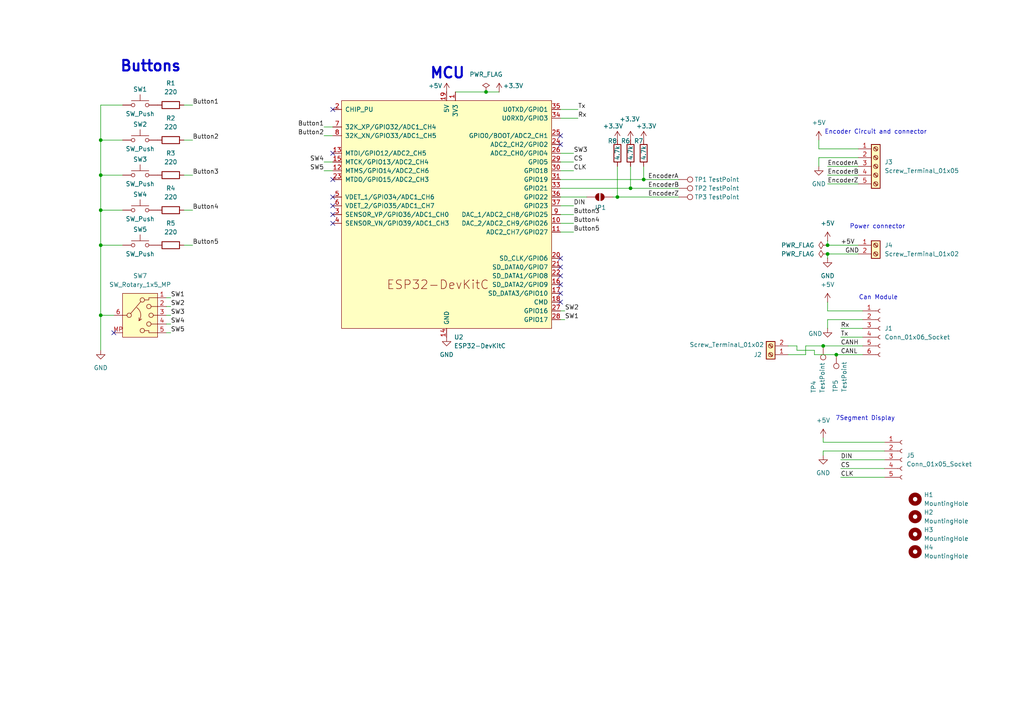
<source format=kicad_sch>
(kicad_sch (version 20250114) (generator "eeschema") (generator_version "9.0")
  (paper "A4")
  (lib_symbols
    (symbol "Connector:Conn_01x05_Socket" (pin_names (offset 1.016) (hide yes))
      (property "Reference" "J" (at 0 7.62 0))
      (property "Value" "Conn_01x05_Socket" (at 0 -7.62 0))
      (symbol "Conn_01x05_Socket_1_1"
        (polyline (pts (xy -1.27 5.08) (xy -0.508 5.08)) (stroke (width 0.1524)))
        (polyline (pts (xy -1.27 2.54) (xy -0.508 2.54)) (stroke (width 0.1524)))
        (polyline (pts (xy -1.27 0) (xy -0.508 0)) (stroke (width 0.1524)))
        (polyline (pts (xy -1.27 -2.54) (xy -0.508 -2.54)) (stroke (width 0.1524)))
        (polyline (pts (xy -1.27 -5.08) (xy -0.508 -5.08)) (stroke (width 0.1524)))
        (arc (start 0 4.572) (mid -0.5058 5.08) (end 0 5.588) (stroke (width 0.1524)))
        (arc (start 0 2.032) (mid -0.5058 2.54) (end 0 3.048) (stroke (width 0.1524)))
        (arc (start 0 -0.508) (mid -0.5058 0) (end 0 0.508) (stroke (width 0.1524)))
        (arc (start 0 -3.048) (mid -0.5058 -2.54) (end 0 -2.032) (stroke (width 0.1524)))
        (arc (start 0 -5.588) (mid -0.5058 -5.08) (end 0 -4.572) (stroke (width 0.1524)))
        (pin passive line (at -5.08 5.08 0) (length 3.81) (name "Pin_1") (number "1"))
        (pin passive line (at -5.08 2.54 0) (length 3.81) (name "Pin_2") (number "2"))
        (pin passive line (at -5.08 0 0) (length 3.81) (name "Pin_3") (number "3"))
        (pin passive line (at -5.08 -2.54 0) (length 3.81) (name "Pin_4") (number "4"))
        (pin passive line (at -5.08 -5.08 0) (length 3.81) (name "Pin_5") (number "5"))
      )
    )
    (symbol "Connector:Conn_01x06_Socket" (pin_names (offset 1.016) (hide yes))
      (property "Reference" "J" (at 0 7.62 0))
      (property "Value" "Conn_01x06_Socket" (at 0 -10.16 0))
      (symbol "Conn_01x06_Socket_1_1"
        (polyline (pts (xy -1.27 5.08) (xy -0.508 5.08)) (stroke (width 0.1524)))
        (polyline (pts (xy -1.27 2.54) (xy -0.508 2.54)) (stroke (width 0.1524)))
        (polyline (pts (xy -1.27 0) (xy -0.508 0)) (stroke (width 0.1524)))
        (polyline (pts (xy -1.27 -2.54) (xy -0.508 -2.54)) (stroke (width 0.1524)))
        (polyline (pts (xy -1.27 -5.08) (xy -0.508 -5.08)) (stroke (width 0.1524)))
        (polyline (pts (xy -1.27 -7.62) (xy -0.508 -7.62)) (stroke (width 0.1524)))
        (arc (start 0 4.572) (mid -0.5058 5.08) (end 0 5.588) (stroke (width 0.1524)))
        (arc (start 0 2.032) (mid -0.5058 2.54) (end 0 3.048) (stroke (width 0.1524)))
        (arc (start 0 -0.508) (mid -0.5058 0) (end 0 0.508) (stroke (width 0.1524)))
        (arc (start 0 -3.048) (mid -0.5058 -2.54) (end 0 -2.032) (stroke (width 0.1524)))
        (arc (start 0 -5.588) (mid -0.5058 -5.08) (end 0 -4.572) (stroke (width 0.1524)))
        (arc (start 0 -8.128) (mid -0.5058 -7.62) (end 0 -7.112) (stroke (width 0.1524)))
        (pin passive line (at -5.08 5.08 0) (length 3.81) (name "Pin_1") (number "1"))
        (pin passive line (at -5.08 2.54 0) (length 3.81) (name "Pin_2") (number "2"))
        (pin passive line (at -5.08 0 0) (length 3.81) (name "Pin_3") (number "3"))
        (pin passive line (at -5.08 -2.54 0) (length 3.81) (name "Pin_4") (number "4"))
        (pin passive line (at -5.08 -5.08 0) (length 3.81) (name "Pin_5") (number "5"))
        (pin passive line (at -5.08 -7.62 0) (length 3.81) (name "Pin_6") (number "6"))
      )
    )
    (symbol "Connector:Screw_Terminal_01x02" (pin_names (offset 1.016) (hide yes))
      (property "Reference" "J" (at 0 2.54 0))
      (property "Value" "Screw_Terminal_01x02" (at 0 -5.08 0))
      (symbol "Screw_Terminal_01x02_1_1"
        (rectangle (start -1.27 1.27) (end 1.27 -3.81) (stroke (width 0.254)) (fill (type background)))
        (polyline (pts (xy -0.5334 0.3302) (xy 0.3302 -0.508)) (stroke (width 0.1524)))
        (polyline (pts (xy -0.5334 -2.2098) (xy 0.3302 -3.048)) (stroke (width 0.1524)))
        (polyline (pts (xy -0.3556 0.508) (xy 0.508 -0.3302)) (stroke (width 0.1524)))
        (polyline (pts (xy -0.3556 -2.032) (xy 0.508 -2.8702)) (stroke (width 0.1524)))
        (circle (center 0 0) (radius 0.635) (stroke (width 0.1524)))
        (circle (center 0 -2.54) (radius 0.635) (stroke (width 0.1524)))
        (pin passive line (at -5.08 0 0) (length 3.81) (name "Pin_1") (number "1"))
        (pin passive line (at -5.08 -2.54 0) (length 3.81) (name "Pin_2") (number "2"))
      )
    )
    (symbol "Connector:Screw_Terminal_01x05" (pin_names (offset 1.016) (hide yes))
      (property "Reference" "J" (at 0 7.62 0))
      (property "Value" "Screw_Terminal_01x05" (at 0 -7.62 0))
      (symbol "Screw_Terminal_01x05_1_1"
        (rectangle (start -1.27 6.35) (end 1.27 -6.35) (stroke (width 0.254)) (fill (type background)))
        (polyline (pts (xy -0.5334 5.4102) (xy 0.3302 4.572)) (stroke (width 0.1524)))
        (polyline (pts (xy -0.5334 2.8702) (xy 0.3302 2.032)) (stroke (width 0.1524)))
        (polyline (pts (xy -0.5334 0.3302) (xy 0.3302 -0.508)) (stroke (width 0.1524)))
        (polyline (pts (xy -0.5334 -2.2098) (xy 0.3302 -3.048)) (stroke (width 0.1524)))
        (polyline (pts (xy -0.5334 -4.7498) (xy 0.3302 -5.588)) (stroke (width 0.1524)))
        (polyline (pts (xy -0.3556 5.588) (xy 0.508 4.7498)) (stroke (width 0.1524)))
        (polyline (pts (xy -0.3556 3.048) (xy 0.508 2.2098)) (stroke (width 0.1524)))
        (polyline (pts (xy -0.3556 0.508) (xy 0.508 -0.3302)) (stroke (width 0.1524)))
        (polyline (pts (xy -0.3556 -2.032) (xy 0.508 -2.8702)) (stroke (width 0.1524)))
        (polyline (pts (xy -0.3556 -4.572) (xy 0.508 -5.4102)) (stroke (width 0.1524)))
        (circle (center 0 5.08) (radius 0.635) (stroke (width 0.1524)))
        (circle (center 0 2.54) (radius 0.635) (stroke (width 0.1524)))
        (circle (center 0 0) (radius 0.635) (stroke (width 0.1524)))
        (circle (center 0 -2.54) (radius 0.635) (stroke (width 0.1524)))
        (circle (center 0 -5.08) (radius 0.635) (stroke (width 0.1524)))
        (pin passive line (at -5.08 5.08 0) (length 3.81) (name "Pin_1") (number "1"))
        (pin passive line (at -5.08 2.54 0) (length 3.81) (name "Pin_2") (number "2"))
        (pin passive line (at -5.08 0 0) (length 3.81) (name "Pin_3") (number "3"))
        (pin passive line (at -5.08 -2.54 0) (length 3.81) (name "Pin_4") (number "4"))
        (pin passive line (at -5.08 -5.08 0) (length 3.81) (name "Pin_5") (number "5"))
      )
    )
    (symbol "Connector:TestPoint" (pin_numbers (hide yes)) (pin_names (offset 0.762) (hide yes))
      (property "Reference" "TP" (at 0 6.858 0))
      (property "Value" "TestPoint" (at 0 5.08 0))
      (symbol "TestPoint_0_1"
        (circle (center 0 3.302) (radius 0.762))
      )
      (symbol "TestPoint_1_1"
        (pin passive line (at 0 0 90) (length 2.54) (name "1") (number "1"))
      )
    )
    (symbol "Device:R" (pin_numbers (hide yes)) (pin_names (offset 0))
      (property "Reference" "R" (at 2.032 0 90))
      (property "Value" "R" (at 0 0 90))
      (symbol "R_0_1"
        (rectangle (start -1.016 -2.54) (end 1.016 2.54) (stroke (width 0.254)))
      )
      (symbol "R_1_1"
        (pin passive line (at 0 3.81 270) (length 1.27) (name "~") (number "1"))
        (pin passive line (at 0 -3.81 90) (length 1.27) (name "~") (number "2"))
      )
    )
    (symbol "Espressif KiCad Symbol:ESP32-DevKitC" (pin_names (offset 1.016))
      (property "Reference" "U" (at -30.48 38.1 0))
      (property "Value" "ESP32-DevKitC" (at -30.48 35.56 0))
      (symbol "ESP32-DevKitC_0_0"
        (text "ESP32-DevKitC" (at -2.54 -20.32 0) (effects (font (size 2.54 2.54))))
        (pin power_in line (at 0 35.56 270) (length 2.54) (name "5V") (number "19"))
        (pin power_in line (at 0 -35.56 90) (length 2.54) (name "GND") (number "14"))
      )
      (symbol "ESP32-DevKitC_0_1"
        (rectangle (start -30.48 33.02) (end 30.48 -33.02) (fill (type background)))
      )
      (symbol "ESP32-DevKitC_1_1"
        (pin input line (at -33.02 30.48 0) (length 2.54) (name "CHIP_PU") (number "2"))
        (pin bidirectional line (at -33.02 25.4 0) (length 2.54) (name "32K_XP/GPIO32/ADC1_CH4") (number "7"))
        (pin bidirectional line (at -33.02 22.86 0) (length 2.54) (name "32K_XN/GPIO33/ADC1_CH5") (number "8"))
        (pin bidirectional line (at -33.02 17.78 0) (length 2.54) (name "MTDI/GPIO12/ADC2_CH5") (number "13"))
        (pin bidirectional line (at -33.02 15.24 0) (length 2.54) (name "MTCK/GPIO13/ADC2_CH4") (number "15"))
        (pin bidirectional line (at -33.02 12.7 0) (length 2.54) (name "MTMS/GPIO14/ADC2_CH6") (number "12"))
        (pin bidirectional line (at -33.02 10.16 0) (length 2.54) (name "MTDO/GPIO15/ADC2_CH3") (number "23"))
        (pin input line (at -33.02 5.08 0) (length 2.54) (name "VDET_1/GPIO34/ADC1_CH6") (number "5"))
        (pin input line (at -33.02 2.54 0) (length 2.54) (name "VDET_2/GPIO35/ADC1_CH7") (number "6"))
        (pin input line (at -33.02 0 0) (length 2.54) (name "SENSOR_VP/GPIO36/ADC1_CH0") (number "3"))
        (pin input line (at -33.02 -2.54 0) (length 2.54) (name "SENSOR_VN/GPIO39/ADC1_CH3") (number "4"))
        (pin passive line (at 0 -35.56 90) (length 2.54) (hide yes) (name "GND") (number "32"))
        (pin passive line (at 0 -35.56 90) (length 2.54) (hide yes) (name "GND") (number "38"))
        (pin power_in line (at 2.54 35.56 270) (length 2.54) (name "3V3") (number "1"))
        (pin bidirectional line (at 33.02 30.48 180) (length 2.54) (name "U0TXD/GPIO1") (number "35"))
        (pin bidirectional line (at 33.02 27.94 180) (length 2.54) (name "U0RXD/GPIO3") (number "34"))
        (pin bidirectional line (at 33.02 22.86 180) (length 2.54) (name "GPIO0/BOOT/ADC2_CH1") (number "25"))
        (pin bidirectional line (at 33.02 20.32 180) (length 2.54) (name "ADC2_CH2/GPIO2") (number "24"))
        (pin bidirectional line (at 33.02 17.78 180) (length 2.54) (name "ADC2_CH0/GPIO4") (number "26"))
        (pin bidirectional line (at 33.02 15.24 180) (length 2.54) (name "GPIO5") (number "29"))
        (pin bidirectional line (at 33.02 12.7 180) (length 2.54) (name "GPIO18") (number "30"))
        (pin bidirectional line (at 33.02 10.16 180) (length 2.54) (name "GPIO19") (number "31"))
        (pin bidirectional line (at 33.02 7.62 180) (length 2.54) (name "GPIO21") (number "33"))
        (pin bidirectional line (at 33.02 5.08 180) (length 2.54) (name "GPIO22") (number "36"))
        (pin bidirectional line (at 33.02 2.54 180) (length 2.54) (name "GPIO23") (number "37"))
        (pin bidirectional line (at 33.02 0 180) (length 2.54) (name "DAC_1/ADC2_CH8/GPIO25") (number "9"))
        (pin bidirectional line (at 33.02 -2.54 180) (length 2.54) (name "DAC_2/ADC2_CH9/GPIO26") (number "10"))
        (pin bidirectional line (at 33.02 -5.08 180) (length 2.54) (name "ADC2_CH7/GPIO27") (number "11"))
        (pin bidirectional line (at 33.02 -12.7 180) (length 2.54) (name "SD_CLK/GPIO6") (number "20"))
        (pin bidirectional line (at 33.02 -15.24 180) (length 2.54) (name "SD_DATA0/GPIO7") (number "21"))
        (pin bidirectional line (at 33.02 -17.78 180) (length 2.54) (name "SD_DATA1/GPIO8") (number "22"))
        (pin bidirectional line (at 33.02 -20.32 180) (length 2.54) (name "SD_DATA2/GPIO9") (number "16"))
        (pin bidirectional line (at 33.02 -22.86 180) (length 2.54) (name "SD_DATA3/GPIO10") (number "17"))
        (pin bidirectional line (at 33.02 -25.4 180) (length 2.54) (name "CMD") (number "18"))
        (pin bidirectional line (at 33.02 -27.94 180) (length 2.54) (name "GPIO16") (number "27"))
        (pin bidirectional line (at 33.02 -30.48 180) (length 2.54) (name "GPIO17") (number "28"))
      )
    )
    (symbol "Jumper:SolderJumper_2_Open" (pin_numbers (hide yes)) (pin_names (offset 0) (hide yes)) (in_bom no)
      (property "Reference" "JP" (at 0 2.032 0))
      (property "Value" "SolderJumper_2_Open" (at 0 -2.54 0))
      (symbol "SolderJumper_2_Open_0_1"
        (polyline (pts (xy -0.254 1.016) (xy -0.254 -1.016)))
        (arc (start -0.254 -1.016) (mid -1.2656 0) (end -0.254 1.016))
        (arc (start -0.254 -1.016) (mid -1.2656 0) (end -0.254 1.016) (fill (type outline)))
        (arc (start 0.254 1.016) (mid 1.2656 0) (end 0.254 -1.016))
        (arc (start 0.254 1.016) (mid 1.2656 0) (end 0.254 -1.016) (fill (type outline)))
        (polyline (pts (xy 0.254 1.016) (xy 0.254 -1.016)))
      )
      (symbol "SolderJumper_2_Open_1_1"
        (pin passive line (at -3.81 0 0) (length 2.54) (name "A") (number "1"))
        (pin passive line (at 3.81 0 180) (length 2.54) (name "B") (number "2"))
      )
    )
    (symbol "Mechanical:MountingHole" (pin_names (offset 1.016)) (in_bom no)
      (property "Reference" "H" (at 0 5.08 0))
      (property "Value" "MountingHole" (at 0 3.175 0))
      (symbol "MountingHole_0_1"
        (circle (center 0 0) (radius 1.27) (stroke (width 1.27)))
      )
    )
    (symbol "Switch:SW_Push" (pin_numbers (hide yes)) (pin_names (offset 1.016) (hide yes))
      (property "Reference" "SW" (at 1.27 2.54 0))
      (property "Value" "SW_Push" (at 0 -1.524 0))
      (symbol "SW_Push_0_1"
        (circle (center -2.032 0) (radius 0.508))
        (polyline (pts (xy 0 1.27) (xy 0 3.048)))
        (circle (center 2.032 0) (radius 0.508))
        (polyline (pts (xy 2.54 1.27) (xy -2.54 1.27)))
        (pin passive line (at -5.08 0 0) (length 2.54) (name "1") (number "1"))
        (pin passive line (at 5.08 0 180) (length 2.54) (name "2") (number "2"))
      )
    )
    (symbol "Switch:SW_Rotary_1x5_MP" (pin_names (hide yes))
      (property "Reference" "SW" (at 0 7.62 0))
      (property "Value" "SW_Rotary_1x5_MP" (at 8.89 -7.62 0))
      (symbol "SW_Rotary_1x5_MP_0_1"
        (polyline (pts (xy -5.08 0) (xy -3.81 0)))
        (circle (center -3.175 0) (radius 0.635))
        (polyline (pts (xy -2.7432 0.508) (xy 0.2032 3.9624)))
        (arc (start -0.9526 2.2225) (mid 0.154 0.449) (end -0.3176 -1.5875))
        (polyline (pts (xy -0.3176 -1.5875) (xy -0.3176 -0.6985)))
        (polyline (pts (xy -0.3176 -1.5875) (xy -0.3176 -1.5875)))
        (polyline (pts (xy -0.3176 -1.5875) (xy 0.4444 -1.0795)))
        (circle (center 0.635 4.445) (radius 0.635))
        (circle (center 0.635 -4.445) (radius 0.635))
        (circle (center 2.54 2.54) (radius 0.635))
        (circle (center 2.54 -2.54) (radius 0.635))
        (circle (center 3.175 0) (radius 0.635))
        (polyline (pts (xy 5.08 5.08) (xy 2.54 5.08) (xy 2.54 4.445) (xy 1.27 4.445)))
        (polyline (pts (xy 5.08 2.54) (xy 3.175 2.54)))
        (polyline (pts (xy 5.08 0) (xy 3.81 0)))
        (polyline (pts (xy 5.08 -2.54) (xy 3.175 -2.54)))
        (polyline (pts (xy 5.08 -5.08) (xy 2.54 -5.08) (xy 2.54 -4.445) (xy 1.27 -4.445)))
      )
      (symbol "SW_Rotary_1x5_MP_1_1"
        (polyline (pts (xy -5.08 6.35) (xy 5.08 6.35) (xy 5.08 -6.35) (xy -5.08 -6.35) (xy -5.08 6.35) (xy -5.08 6.35)) (fill (type background)))
        (pin passive line (at -7.62 0 0) (length 2.54) (name "") (number "6"))
        (pin passive line (at -7.62 -5.08 0) (length 2.54) (name "") (number "MP"))
        (pin passive line (at 7.62 5.08 180) (length 2.54) (name "") (number "1"))
        (pin passive line (at 7.62 2.54 180) (length 2.54) (name "") (number "2"))
        (pin passive line (at 7.62 0 180) (length 2.54) (name "") (number "3"))
        (pin passive line (at 7.62 -2.54 180) (length 2.54) (name "") (number "4"))
        (pin passive line (at 7.62 -5.08 180) (length 2.54) (name "") (number "5"))
      )
    )
    (symbol "power:+3.3V" (power) (pin_numbers (hide yes)) (pin_names (offset 0) (hide yes))
      (property "Value" "+3.3V" (at 0 3.556 0))
      (symbol "+3.3V_0_1"
        (polyline (pts (xy -0.762 1.27) (xy 0 2.54)))
        (polyline (pts (xy 0 2.54) (xy 0.762 1.27)))
        (polyline (pts (xy 0 0) (xy 0 2.54)))
      )
      (symbol "+3.3V_1_1"
        (pin power_in line (at 0 0 90) (length 0) (name "~") (number "1"))
      )
    )
    (symbol "power:+5V" (power) (pin_numbers (hide yes)) (pin_names (offset 0) (hide yes))
      (property "Value" "+5V" (at 0 3.556 0))
      (symbol "+5V_0_1"
        (polyline (pts (xy -0.762 1.27) (xy 0 2.54)))
        (polyline (pts (xy 0 2.54) (xy 0.762 1.27)))
        (polyline (pts (xy 0 0) (xy 0 2.54)))
      )
      (symbol "+5V_1_1"
        (pin power_in line (at 0 0 90) (length 0) (name "~") (number "1"))
      )
    )
    (symbol "power:GND" (power) (pin_numbers (hide yes)) (pin_names (offset 0) (hide yes))
      (property "Value" "GND" (at 0 -3.81 0))
      (symbol "GND_0_1"
        (polyline (pts (xy 0 0) (xy 0 -1.27) (xy 1.27 -1.27) (xy 0 -2.54) (xy -1.27 -1.27) (xy 0 -1.27)))
      )
      (symbol "GND_1_1"
        (pin power_in line (at 0 0 270) (length 0) (name "~") (number "1"))
      )
    )
    (symbol "power:PWR_FLAG" (power) (pin_numbers (hide yes)) (pin_names (offset 0) (hide yes))
      (property "Value" "PWR_FLAG" (at 0 3.81 0))
      (symbol "PWR_FLAG_0_0"
        (pin power_out line (at 0 0 90) (length 0) (name "~") (number "1"))
      )
      (symbol "PWR_FLAG_0_1"
        (polyline (pts (xy 0 0) (xy 0 1.27) (xy -1.016 1.905) (xy 0 2.54) (xy 1.016 1.905) (xy 0 1.27)))
      )
    )
  )
  (text "7Segment Display" (at 250.952 121.412 0) (effects (font (size 1.27 1.27))))
  (text "Encoder Circuit and connector\n" (at 254 38.354 0) (effects (font (size 1.27 1.27))))
  (text "Buttons\n" (at 43.688 19.304 0) (effects (font (size 3.048 3.048) (thickness 0.6096) (bold yes))))
  (text "Power connector" (at 254.508 65.786 0) (effects (font (size 1.27 1.27))))
  (text "MCU\n" (at 129.794 21.336 0) (effects (font (size 3.048 3.048) (thickness 0.6096) (bold yes))))
  (text "Can Module" (at 254.762 86.36 0) (effects (font (size 1.27 1.27))))
  (junction (at 240.03 71.12))
  (junction (at 242.57 102.87))
  (junction (at 179.07 57.15))
  (junction (at 29.21 60.96))
  (junction (at 186.69 52.07))
  (junction (at 182.88 54.61))
  (junction (at 29.21 71.12))
  (junction (at 140.97 26.67))
  (junction (at 238.76 100.33))
  (junction (at 29.21 91.44))
  (junction (at 29.21 50.8))
  (junction (at 29.21 40.64))
  (junction (at 240.03 73.66))
  (no_connect (at 162.56 87.63))
  (no_connect (at 96.52 57.15))
  (no_connect (at 162.56 39.37))
  (no_connect (at 96.52 62.23))
  (no_connect (at 162.56 74.93))
  (no_connect (at 162.56 85.09))
  (no_connect (at 162.56 82.55))
  (no_connect (at 96.52 44.45))
  (no_connect (at 162.56 77.47))
  (no_connect (at 96.52 64.77))
  (no_connect (at 162.56 80.01))
  (no_connect (at 96.52 59.69))
  (no_connect (at 96.52 52.07))
  (no_connect (at 162.56 41.91))
  (no_connect (at 33.02 96.52))
  (no_connect (at 96.52 31.75))
  (wire (pts (xy 242.57 102.87) (xy 236.22 102.87)))
  (wire (pts (xy 236.22 102.87) (xy 236.22 101.6)))
  (wire (pts (xy 233.68 100.33) (xy 238.76 100.33)))
  (wire (pts (xy 179.07 57.15) (xy 196.85 57.15)))
  (wire (pts (xy 186.69 52.07) (xy 186.69 48.26)))
  (wire (pts (xy 238.76 130.81) (xy 238.76 132.08)))
  (wire (pts (xy 53.34 60.96) (xy 55.88 60.96)))
  (wire (pts (xy 29.21 91.44) (xy 29.21 101.6)))
  (wire (pts (xy 243.84 133.35) (xy 256.54 133.35)))
  (wire (pts (xy 182.88 54.61) (xy 182.88 48.26)))
  (wire (pts (xy 93.98 46.99) (xy 96.52 46.99)))
  (wire (pts (xy 240.03 73.66) (xy 240.03 74.93)))
  (wire (pts (xy 240.03 69.85) (xy 240.03 71.12)))
  (wire (pts (xy 179.07 48.26) (xy 179.07 57.15)))
  (wire (pts (xy 29.21 50.8) (xy 29.21 60.96)))
  (wire (pts (xy 162.56 59.69) (xy 166.37 59.69)))
  (wire (pts (xy 29.21 71.12) (xy 35.56 71.12)))
  (wire (pts (xy 177.8 57.15) (xy 179.07 57.15)))
  (wire (pts (xy 29.21 40.64) (xy 29.21 50.8)))
  (wire (pts (xy 93.98 39.37) (xy 96.52 39.37)))
  (wire (pts (xy 144.78 26.67) (xy 140.97 26.67)))
  (wire (pts (xy 237.49 40.64) (xy 237.49 43.18)))
  (wire (pts (xy 162.56 31.75) (xy 167.64 31.75)))
  (wire (pts (xy 162.56 54.61) (xy 182.88 54.61)))
  (wire (pts (xy 29.21 60.96) (xy 35.56 60.96)))
  (wire (pts (xy 236.22 101.6) (xy 231.14 101.6)))
  (wire (pts (xy 166.37 62.23) (xy 162.56 62.23)))
  (wire (pts (xy 166.37 64.77) (xy 162.56 64.77)))
  (wire (pts (xy 238.76 100.33) (xy 250.19 100.33)))
  (wire (pts (xy 29.21 60.96) (xy 29.21 71.12)))
  (wire (pts (xy 248.92 71.12) (xy 240.03 71.12)))
  (wire (pts (xy 29.21 30.48) (xy 29.21 40.64)))
  (wire (pts (xy 162.56 34.29) (xy 167.64 34.29)))
  (wire (pts (xy 48.26 91.44) (xy 49.53 91.44)))
  (wire (pts (xy 48.26 96.52) (xy 49.53 96.52)))
  (wire (pts (xy 53.34 50.8) (xy 55.88 50.8)))
  (wire (pts (xy 35.56 30.48) (xy 29.21 30.48)))
  (wire (pts (xy 237.49 45.72) (xy 237.49 48.26)))
  (wire (pts (xy 243.84 135.89) (xy 256.54 135.89)))
  (wire (pts (xy 240.03 48.26) (xy 248.92 48.26)))
  (wire (pts (xy 240.03 73.66) (xy 248.92 73.66)))
  (wire (pts (xy 233.68 102.87) (xy 233.68 100.33)))
  (wire (pts (xy 163.83 92.71) (xy 162.56 92.71)))
  (wire (pts (xy 29.21 40.64) (xy 35.56 40.64)))
  (wire (pts (xy 238.76 128.27) (xy 238.76 127)))
  (wire (pts (xy 240.03 87.63) (xy 240.03 90.17)))
  (wire (pts (xy 140.97 26.67) (xy 132.08 26.67)))
  (wire (pts (xy 240.03 50.8) (xy 248.92 50.8)))
  (wire (pts (xy 248.92 43.18) (xy 237.49 43.18)))
  (wire (pts (xy 243.84 97.79) (xy 250.19 97.79)))
  (wire (pts (xy 29.21 91.44) (xy 33.02 91.44)))
  (wire (pts (xy 231.14 101.6) (xy 231.14 100.33)))
  (wire (pts (xy 29.21 71.12) (xy 29.21 91.44)))
  (wire (pts (xy 231.14 100.33) (xy 228.6 100.33)))
  (wire (pts (xy 182.88 54.61) (xy 196.85 54.61)))
  (wire (pts (xy 162.56 52.07) (xy 186.69 52.07)))
  (wire (pts (xy 166.37 67.31) (xy 162.56 67.31)))
  (wire (pts (xy 166.37 44.45) (xy 162.56 44.45)))
  (wire (pts (xy 48.26 93.98) (xy 49.53 93.98)))
  (wire (pts (xy 53.34 30.48) (xy 55.88 30.48)))
  (wire (pts (xy 186.69 52.07) (xy 196.85 52.07)))
  (wire (pts (xy 256.54 128.27) (xy 238.76 128.27)))
  (wire (pts (xy 163.83 90.17) (xy 162.56 90.17)))
  (wire (pts (xy 162.56 46.99) (xy 166.37 46.99)))
  (wire (pts (xy 162.56 57.15) (xy 170.18 57.15)))
  (wire (pts (xy 243.84 138.43) (xy 256.54 138.43)))
  (wire (pts (xy 48.26 86.36) (xy 49.53 86.36)))
  (wire (pts (xy 48.26 88.9) (xy 49.53 88.9)))
  (wire (pts (xy 248.92 45.72) (xy 237.49 45.72)))
  (wire (pts (xy 93.98 36.83) (xy 96.52 36.83)))
  (wire (pts (xy 93.98 49.53) (xy 96.52 49.53)))
  (wire (pts (xy 250.19 90.17) (xy 240.03 90.17)))
  (wire (pts (xy 29.21 50.8) (xy 35.56 50.8)))
  (wire (pts (xy 228.6 102.87) (xy 233.68 102.87)))
  (wire (pts (xy 240.03 53.34) (xy 248.92 53.34)))
  (wire (pts (xy 256.54 130.81) (xy 238.76 130.81)))
  (wire (pts (xy 242.57 102.87) (xy 250.19 102.87)))
  (wire (pts (xy 250.19 92.71) (xy 240.03 92.71)))
  (wire (pts (xy 240.03 92.71) (xy 240.03 95.25)))
  (wire (pts (xy 53.34 71.12) (xy 55.88 71.12)))
  (wire (pts (xy 53.34 40.64) (xy 55.88 40.64)))
  (wire (pts (xy 243.84 95.25) (xy 250.19 95.25)))
  (wire (pts (xy 162.56 49.53) (xy 166.37 49.53)))
  (label "DIN" (at 166.37 59.69 0))
  (label "EncoderA" (at 240.03 48.26 0))
  (label "SW2" (at 163.83 90.17 0))
  (label "Tx" (at 243.84 97.79 0))
  (label "CS" (at 243.84 135.89 0))
  (label "+5V" (at 243.84 71.12 0))
  (label "SW2" (at 49.53 88.9 0))
  (label "SW1" (at 163.83 92.71 0))
  (label "Button2" (at 93.98 39.37 180))
  (label "SW1" (at 49.53 86.36 0))
  (label "Button1" (at 55.88 30.48 0))
  (label "GND" (at 245.11 73.66 0))
  (label "Tx" (at 167.64 31.75 0))
  (label "Button5" (at 55.88 71.12 0))
  (label "SW3" (at 49.53 91.44 0))
  (label "Button4" (at 166.37 64.77 0))
  (label "EncoderZ" (at 187.96 57.15 0))
  (label "Button3" (at 166.37 62.23 0))
  (label "CLK" (at 166.37 49.53 0))
  (label "EncoderZ" (at 240.03 53.34 0))
  (label "Button5" (at 166.37 67.31 0))
  (label "SW5" (at 49.53 96.52 0))
  (label "CS" (at 166.37 46.99 0))
  (label "Button1" (at 93.98 36.83 180))
  (label "EncoderB" (at 240.03 50.8 0))
  (label "SW4" (at 49.53 93.98 0))
  (label "SW4" (at 93.98 46.99 180))
  (label "SW5" (at 93.98 49.53 180))
  (label "SW3" (at 166.37 44.45 0))
  (label "Button3" (at 55.88 50.8 0))
  (label "Rx" (at 243.84 95.25 0))
  (label "CLK" (at 243.84 138.43 0))
  (label "DIN" (at 243.84 133.35 0))
  (label "EncoderA" (at 187.96 52.07 0))
  (label "Button2" (at 55.88 40.64 0))
  (label "EncoderB" (at 187.96 54.61 0))
  (label "Rx" (at 167.64 34.29 0))
  (label "CANL" (at 243.84 102.87 0))
  (label "Button4" (at 55.88 60.96 0))
  (label "CANH" (at 243.84 100.33 0))
  (symbol (lib_id "Switch:SW_Push") (at 40.64 60.96 0) (unit 1)
    (property "Reference" "SW4" (at 40.64 56.388 0))
    (property "Value" "SW_Push" (at 40.64 63.5 0))
    (property "Footprint" "TerminalBlock_Phoenix:TerminalBlock_Phoenix_MPT-0,5-2-2.54_1x02_P2.54mm_Horizontal" (effects (hide yes)))
    (property "Description" "Push button switch, generic, two pins" (effects (hide yes)))
  )
  (symbol (lib_id "Connector:Screw_Terminal_01x02") (at 223.52 102.87 180) (unit 1)
    (property "Reference" "J2" (at 220.98 102.8701 0) (effects (justify left)))
    (property "Value" "Screw_Terminal_01x02" (at 221.6003 99.9907 0) (effects (justify left)))
    (property "Footprint" "TerminalBlock_Phoenix:TerminalBlock_Phoenix_MPT-0,5-2-2.54_1x02_P2.54mm_Horizontal" (effects (hide yes)))
    (property "Description" "Generic screw terminal, single row, 01x02, script generated (kicad-library-utils/schlib/autogen/connector/)" (effects (hide yes)))
  )
  (symbol (lib_id "Switch:SW_Rotary_1x5_MP") (at 40.64 91.44 0) (unit 1)
    (property "Reference" "SW7" (at 40.64 80.01 0))
    (property "Value" "SW_Rotary_1x5_MP" (at 40.64 82.55 0))
    (property "Footprint" "TestPoint:TestPoint_Pad_D1.5mm" (effects (hide yes)))
    (property "Description" "Rotary switch 1x5, SP5T with mount point" (effects (hide yes)))
  )
  (symbol (lib_id "Espressif KiCad Symbol:ESP32-DevKitC") (at 129.54 62.23 0) (unit 1)
    (property "Reference" "U2" (at 131.6833 97.79 0) (effects (justify left)))
    (property "Value" "ESP32-DevKitC" (at 131.6833 100.33 0) (effects (justify left)))
    (property "Footprint" "Esp devkit c:ESP32 DevKitC" (effects (hide yes)))
    (property "Datasheet" "https://docs.espressif.com/projects/esp-idf/zh_CN/latest/esp32/hw-reference/esp32/get-started-devkitc.html" (effects (hide yes)))
    (property "Description" "Development Kit" (effects (hide yes)))
  )
  (symbol (lib_id "Switch:SW_Push") (at 40.64 30.48 0) (unit 1)
    (property "Reference" "SW1" (at 40.64 25.908 0))
    (property "Value" "SW_Push" (at 40.64 33.02 0))
    (property "Footprint" "TerminalBlock_Phoenix:TerminalBlock_Phoenix_MPT-0,5-2-2.54_1x02_P2.54mm_Horizontal" (effects (hide yes)))
    (property "Description" "Push button switch, generic, two pins" (effects (hide yes)))
  )
  (symbol (lib_id "power:PWR_FLAG") (at 240.03 71.12 90) (unit 1)
    (property "Reference" "#FLG01" (effects (hide yes)))
    (property "Value" "PWR_FLAG" (at 236.22 71.1199 90) (effects (justify left)))
    (property "Description" "Special symbol for telling ERC where power comes from" (effects (hide yes)))
  )
  (symbol (lib_id "power:GND") (at 29.21 101.6 0) (unit 1)
    (property "Reference" "#PWR01" (effects (hide yes)))
    (property "Value" "GND" (at 29.21 106.68 0))
    (property "Description" "Power symbol creates a global label with name \"GND\" , ground" (effects (hide yes)))
  )
  (symbol (lib_id "Mechanical:MountingHole") (at 265.43 144.78 0) (unit 1) (in_bom no)
    (property "Reference" "H1" (at 267.97 143.5099 0) (effects (justify left)))
    (property "Value" "MountingHole" (at 267.97 146.0499 0) (effects (justify left)))
    (property "Footprint" "MountingHole:MountingHole_3.2mm_M3_DIN965_Pad_TopBottom" (effects (hide yes)))
    (property "Description" "Mounting Hole without connection" (effects (hide yes)))
  )
  (symbol (lib_id "Switch:SW_Push") (at 40.64 50.8 0) (unit 1)
    (property "Reference" "SW3" (at 40.64 46.228 0))
    (property "Value" "SW_Push" (at 40.64 53.34 0))
    (property "Footprint" "TerminalBlock_Phoenix:TerminalBlock_Phoenix_MPT-0,5-2-2.54_1x02_P2.54mm_Horizontal" (effects (hide yes)))
    (property "Description" "Push button switch, generic, two pins" (effects (hide yes)))
  )
  (symbol (lib_id "power:+3.3V") (at 144.78 26.67 0) (unit 1)
    (property "Reference" "#PWR05" (effects (hide yes)))
    (property "Value" "+3.3V" (at 148.844 24.892 0))
    (property "Description" "Power symbol creates a global label with name \"+3.3V\"" (effects (hide yes)))
  )
  (symbol (lib_id "Connector:TestPoint") (at 238.76 100.33 180) (unit 1)
    (property "Reference" "TP4" (at 235.966 114.046 90) (effects (justify right)))
    (property "Value" "TestPoint" (at 238.506 114.046 90) (effects (justify right)))
    (property "Footprint" "TestPoint:TestPoint_Pad_D1.5mm" (effects (hide yes)))
    (property "Description" "test point" (effects (hide yes)))
  )
  (symbol (lib_id "power:+5V") (at 238.76 127 0) (unit 1)
    (property "Reference" "#PWR013" (effects (hide yes)))
    (property "Value" "+5V" (at 238.76 121.92 0))
    (property "Description" "Power symbol creates a global label with name \"+5V\"" (effects (hide yes)))
  )
  (symbol (lib_id "power:GND") (at 129.54 97.79 0) (unit 1)
    (property "Reference" "#PWR06" (effects (hide yes)))
    (property "Value" "GND" (at 129.54 102.87 0))
    (property "Description" "Power symbol creates a global label with name \"GND\" , ground" (effects (hide yes)))
  )
  (symbol (lib_id "Connector:Screw_Terminal_01x02") (at 254 71.12 0) (unit 1)
    (property "Reference" "J4" (at 256.54 71.1199 0) (effects (justify left)))
    (property "Value" "Screw_Terminal_01x02" (at 256.54 73.6599 0) (effects (justify left)))
    (property "Footprint" "TerminalBlock_Phoenix:TerminalBlock_Phoenix_MPT-0,5-2-2.54_1x02_P2.54mm_Horizontal" (effects (hide yes)))
    (property "Description" "Generic screw terminal, single row, 01x02, script generated (kicad-library-utils/schlib/autogen/connector/)" (effects (hide yes)))
  )
  (symbol (lib_id "power:+3.3V") (at 186.69 40.64 0) (unit 1)
    (property "Reference" "#PWR012" (effects (hide yes)))
    (property "Value" "+3.3V" (at 187.452 36.576 0))
    (property "Description" "Power symbol creates a global label with name \"+3.3V\"" (effects (hide yes)))
  )
  (symbol (lib_id "power:PWR_FLAG") (at 140.97 26.67 0) (unit 1)
    (property "Reference" "#FLG03" (effects (hide yes)))
    (property "Value" "PWR_FLAG" (at 140.97 21.59 0))
    (property "Description" "Special symbol for telling ERC where power comes from" (effects (hide yes)))
  )
  (symbol (lib_id "power:+3.3V") (at 179.07 40.64 0) (unit 1)
    (property "Reference" "#PWR015" (effects (hide yes)))
    (property "Value" "+3.3V" (at 177.8 36.576 0))
    (property "Description" "Power symbol creates a global label with name \"+3.3V\"" (effects (hide yes)))
  )
  (symbol (lib_id "Mechanical:MountingHole") (at 265.43 160.02 0) (unit 1) (in_bom no)
    (property "Reference" "H4" (at 267.97 158.7499 0) (effects (justify left)))
    (property "Value" "MountingHole" (at 267.97 161.2899 0) (effects (justify left)))
    (property "Footprint" "MountingHole:MountingHole_3.2mm_M3_DIN965_Pad_TopBottom" (effects (hide yes)))
    (property "Description" "Mounting Hole without connection" (effects (hide yes)))
  )
  (symbol (lib_id "power:GND") (at 237.49 48.26 0) (unit 1)
    (property "Reference" "#PWR09" (effects (hide yes)))
    (property "Value" "GND" (at 237.49 53.34 0))
    (property "Description" "Power symbol creates a global label with name \"GND\" , ground" (effects (hide yes)))
  )
  (symbol (lib_id "power:GND") (at 240.03 74.93 0) (unit 1)
    (property "Reference" "#PWR08" (effects (hide yes)))
    (property "Value" "GND" (at 240.03 80.01 0))
    (property "Description" "Power symbol creates a global label with name \"GND\" , ground" (effects (hide yes)))
  )
  (symbol (lib_id "Device:R") (at 186.69 44.45 0) (unit 1)
    (property "Reference" "R7" (at 183.896 40.894 0) (effects (justify left)))
    (property "Value" "4.7k" (at 186.69 46.482 90) (effects (justify left)))
    (property "Footprint" "Resistor_THT:R_Axial_DIN0207_L6.3mm_D2.5mm_P7.62mm_Horizontal" (effects (hide yes)))
    (property "Description" "Resistor" (effects (hide yes)))
  )
  (symbol (lib_id "Switch:SW_Push") (at 40.64 40.64 0) (unit 1)
    (property "Reference" "SW2" (at 40.64 36.068 0))
    (property "Value" "SW_Push" (at 40.64 43.18 0))
    (property "Footprint" "TerminalBlock_Phoenix:TerminalBlock_Phoenix_MPT-0,5-2-2.54_1x02_P2.54mm_Horizontal" (effects (hide yes)))
    (property "Description" "Push button switch, generic, two pins" (effects (hide yes)))
  )
  (symbol (lib_id "Connector:TestPoint") (at 196.85 57.15 270) (unit 1)
    (property "Reference" "TP3" (at 201.422 57.1499 90) (effects (justify left)))
    (property "Value" "TestPoint" (at 205.486 57.15 90) (effects (justify left)))
    (property "Footprint" "TestPoint:TestPoint_Pad_D1.5mm" (effects (hide yes)))
    (property "Description" "test point" (effects (hide yes)))
  )
  (symbol (lib_id "Device:R") (at 49.53 30.48 90) (unit 1)
    (property "Reference" "R1" (at 49.53 24.13 90))
    (property "Value" "220" (at 49.53 26.67 90))
    (property "Footprint" "Resistor_THT:R_Axial_DIN0207_L6.3mm_D2.5mm_P7.62mm_Horizontal" (effects (hide yes)))
    (property "Description" "Resistor" (effects (hide yes)))
  )
  (symbol (lib_id "Connector:Screw_Terminal_01x05") (at 254 48.26 0) (unit 1)
    (property "Reference" "J3" (at 256.54 46.9899 0) (effects (justify left)))
    (property "Value" "Screw_Terminal_01x05" (at 256.54 49.5299 0) (effects (justify left)))
    (property "Footprint" "TerminalBlock_Phoenix:TerminalBlock_Phoenix_MPT-0,5-5-2.54_1x05_P2.54mm_Horizontal" (effects (hide yes)))
    (property "Description" "Generic screw terminal, single row, 01x05, script generated (kicad-library-utils/schlib/autogen/connector/)" (effects (hide yes)))
  )
  (symbol (lib_id "power:+5V") (at 129.54 26.67 0) (unit 1)
    (property "Reference" "#PWR04" (effects (hide yes)))
    (property "Value" "+5V" (at 126.238 24.892 0))
    (property "Description" "Power symbol creates a global label with name \"+5V\"" (effects (hide yes)))
  )
  (symbol (lib_id "Device:R") (at 49.53 50.8 90) (unit 1)
    (property "Reference" "R3" (at 49.53 44.45 90))
    (property "Value" "220" (at 49.53 46.99 90))
    (property "Footprint" "Resistor_THT:R_Axial_DIN0207_L6.3mm_D2.5mm_P7.62mm_Horizontal" (effects (hide yes)))
    (property "Description" "Resistor" (effects (hide yes)))
  )
  (symbol (lib_id "power:+5V") (at 240.03 87.63 0) (unit 1)
    (property "Reference" "#PWR03" (effects (hide yes)))
    (property "Value" "+5V" (at 240.03 82.55 0))
    (property "Description" "Power symbol creates a global label with name \"+5V\"" (effects (hide yes)))
  )
  (symbol (lib_id "Connector:TestPoint") (at 242.57 102.87 180) (unit 1)
    (property "Reference" "TP5" (at 242.316 113.792 90) (effects (justify right)))
    (property "Value" "TestPoint" (at 244.856 113.792 90) (effects (justify right)))
    (property "Footprint" "TestPoint:TestPoint_Pad_D1.5mm" (effects (hide yes)))
    (property "Description" "test point" (effects (hide yes)))
  )
  (symbol (lib_id "Device:R") (at 179.07 44.45 0) (unit 1)
    (property "Reference" "R8" (at 176.276 40.894 0) (effects (justify left)))
    (property "Value" "4.7k" (at 179.07 46.482 90) (effects (justify left)))
    (property "Footprint" "Resistor_THT:R_Axial_DIN0207_L6.3mm_D2.5mm_P7.62mm_Horizontal" (effects (hide yes)))
    (property "Description" "Resistor" (effects (hide yes)))
  )
  (symbol (lib_id "Mechanical:MountingHole") (at 265.43 149.86 0) (unit 1) (in_bom no)
    (property "Reference" "H2" (at 267.97 148.5899 0) (effects (justify left)))
    (property "Value" "MountingHole" (at 267.97 151.1299 0) (effects (justify left)))
    (property "Footprint" "MountingHole:MountingHole_3.2mm_M3_DIN965_Pad_TopBottom" (effects (hide yes)))
    (property "Description" "Mounting Hole without connection" (effects (hide yes)))
  )
  (symbol (lib_id "Device:R") (at 182.88 44.45 0) (unit 1)
    (property "Reference" "R6" (at 180.086 40.894 0) (effects (justify left)))
    (property "Value" "4.7k" (at 182.88 46.482 90) (effects (justify left)))
    (property "Footprint" "Resistor_THT:R_Axial_DIN0207_L6.3mm_D2.5mm_P7.62mm_Horizontal" (effects (hide yes)))
    (property "Description" "Resistor" (effects (hide yes)))
  )
  (symbol (lib_id "power:GND") (at 238.76 132.08 0) (unit 1)
    (property "Reference" "#PWR014" (effects (hide yes)))
    (property "Value" "GND" (at 238.76 137.16 0))
    (property "Description" "Power symbol creates a global label with name \"GND\" , ground" (effects (hide yes)))
  )
  (symbol (lib_id "Jumper:SolderJumper_2_Open") (at 173.99 57.15 0) (unit 1) (in_bom no)
    (property "Reference" "JP1" (at 173.99 60.198 0))
    (property "Value" "SolderJumper_2_Open" (effects (hide yes)))
    (property "Footprint" "Jumper:SolderJumper-2_P1.3mm_Open_Pad1.0x1.5mm" (effects (hide yes)))
    (property "Description" "Solder Jumper, 2-pole, open" (effects (hide yes)))
  )
  (symbol (lib_id "power:GND") (at 240.03 95.25 0) (unit 1)
    (property "Reference" "#PWR02" (effects (hide yes)))
    (property "Value" "GND" (at 236.474 96.774 0))
    (property "Description" "Power symbol creates a global label with name \"GND\" , ground" (effects (hide yes)))
  )
  (symbol (lib_id "Mechanical:MountingHole") (at 265.43 154.94 0) (unit 1) (in_bom no)
    (property "Reference" "H3" (at 267.97 153.6699 0) (effects (justify left)))
    (property "Value" "MountingHole" (at 267.97 156.2099 0) (effects (justify left)))
    (property "Footprint" "MountingHole:MountingHole_3.2mm_M3_DIN965_Pad_TopBottom" (effects (hide yes)))
    (property "Description" "Mounting Hole without connection" (effects (hide yes)))
  )
  (symbol (lib_id "power:+5V") (at 240.03 69.85 0) (unit 1)
    (property "Reference" "#PWR07" (effects (hide yes)))
    (property "Value" "+5V" (at 240.03 64.77 0))
    (property "Description" "Power symbol creates a global label with name \"+5V\"" (effects (hide yes)))
  )
  (symbol (lib_id "Connector:Conn_01x06_Socket") (at 255.27 95.25 0) (unit 1)
    (property "Reference" "J1" (at 256.54 95.2499 0) (effects (justify left)))
    (property "Value" "Conn_01x06_Socket" (at 256.54 97.7899 0) (effects (justify left)))
    (property "Footprint" "Connector_PinSocket_2.54mm:PinSocket_1x06_P2.54mm_Vertical" (effects (hide yes)))
    (property "Description" "Generic connector, single row, 01x06, script generated" (effects (hide yes)))
  )
  (symbol (lib_id "Connector:Conn_01x05_Socket") (at 261.62 133.35 0) (unit 1)
    (property "Reference" "J5" (at 262.89 132.0799 0) (effects (justify left)))
    (property "Value" "Conn_01x05_Socket" (at 262.89 134.6199 0) (effects (justify left)))
    (property "Footprint" "Connector_JST:JST_XH_B5B-XH-AM_1x05_P2.50mm_Vertical" (effects (hide yes)))
    (property "Description" "Generic connector, single row, 01x05, script generated" (effects (hide yes)))
  )
  (symbol (lib_id "power:+5V") (at 237.49 40.64 0) (unit 1)
    (property "Reference" "#PWR010" (effects (hide yes)))
    (property "Value" "+5V" (at 237.49 35.56 0))
    (property "Description" "Power symbol creates a global label with name \"+5V\"" (effects (hide yes)))
  )
  (symbol (lib_id "Connector:TestPoint") (at 196.85 52.07 270) (unit 1)
    (property "Reference" "TP1" (at 201.422 52.0699 90) (effects (justify left)))
    (property "Value" "TestPoint" (at 205.486 52.07 90) (effects (justify left)))
    (property "Footprint" "TestPoint:TestPoint_Pad_D1.5mm" (effects (hide yes)))
    (property "Description" "test point" (effects (hide yes)))
  )
  (symbol (lib_id "Connector:TestPoint") (at 196.85 54.61 270) (unit 1)
    (property "Reference" "TP2" (at 201.422 54.6099 90) (effects (justify left)))
    (property "Value" "TestPoint" (at 205.486 54.61 90) (effects (justify left)))
    (property "Footprint" "TestPoint:TestPoint_Pad_D1.5mm" (effects (hide yes)))
    (property "Description" "test point" (effects (hide yes)))
  )
  (symbol (lib_id "Device:R") (at 49.53 60.96 90) (unit 1)
    (property "Reference" "R4" (at 49.53 54.61 90))
    (property "Value" "220" (at 49.53 57.15 90))
    (property "Footprint" "Resistor_THT:R_Axial_DIN0207_L6.3mm_D2.5mm_P7.62mm_Horizontal" (effects (hide yes)))
    (property "Description" "Resistor" (effects (hide yes)))
  )
  (symbol (lib_id "Device:R") (at 49.53 71.12 90) (unit 1)
    (property "Reference" "R5" (at 49.53 64.77 90))
    (property "Value" "220" (at 49.53 67.31 90))
    (property "Footprint" "Resistor_THT:R_Axial_DIN0207_L6.3mm_D2.5mm_P7.62mm_Horizontal" (effects (hide yes)))
    (property "Description" "Resistor" (effects (hide yes)))
  )
  (symbol (lib_id "Device:R") (at 49.53 40.64 90) (unit 1)
    (property "Reference" "R2" (at 49.53 34.29 90))
    (property "Value" "220" (at 49.53 36.83 90))
    (property "Footprint" "Resistor_THT:R_Axial_DIN0207_L6.3mm_D2.5mm_P7.62mm_Horizontal" (effects (hide yes)))
    (property "Description" "Resistor" (effects (hide yes)))
  )
  (symbol (lib_id "power:PWR_FLAG") (at 240.03 73.66 90) (unit 1)
    (property "Reference" "#FLG02" (effects (hide yes)))
    (property "Value" "PWR_FLAG" (at 236.22 73.6599 90) (effects (justify left)))
    (property "Description" "Special symbol for telling ERC where power comes from" (effects (hide yes)))
  )
  (symbol (lib_id "Switch:SW_Push") (at 40.64 71.12 0) (unit 1)
    (property "Reference" "SW5" (at 40.64 66.548 0))
    (property "Value" "SW_Push" (at 40.64 73.66 0))
    (property "Footprint" "TerminalBlock_Phoenix:TerminalBlock_Phoenix_MPT-0,5-2-2.54_1x02_P2.54mm_Horizontal" (effects (hide yes)))
    (property "Description" "Push button switch, generic, two pins" (effects (hide yes)))
  )
  (symbol (lib_id "power:+3.3V") (at 182.88 40.64 0) (unit 1)
    (property "Reference" "#PWR011" (effects (hide yes)))
    (property "Value" "+3.3V" (at 182.626 34.544 0))
    (property "Description" "Power symbol creates a global label with name \"+3.3V\"" (effects (hide yes)))
  )
)
</source>
